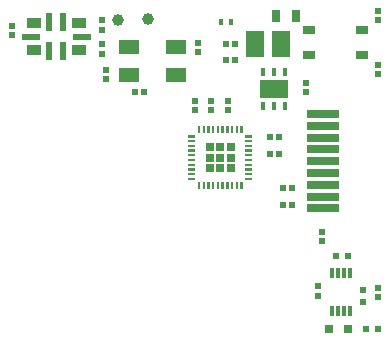
<source format=gtp>
G04*
G04 #@! TF.GenerationSoftware,Altium Limited,Altium Designer,24.1.2 (44)*
G04*
G04 Layer_Color=8421504*
%FSLAX44Y44*%
%MOMM*%
G71*
G04*
G04 #@! TF.SameCoordinates,BDBBCEB5-9933-478C-A866-C286992FDBA5*
G04*
G04*
G04 #@! TF.FilePolarity,Positive*
G04*
G01*
G75*
%ADD18R,0.7000X0.7000*%
%ADD19R,0.7000X0.7000*%
%ADD20R,0.7000X0.7000*%
%ADD21R,0.7000X0.7000*%
%ADD22R,0.4725X0.5153*%
%ADD23R,1.1938X0.8890*%
%ADD24R,1.4986X0.5588*%
%ADD25R,0.5588X1.4986*%
%ADD26R,0.5725X0.6153*%
%ADD27R,0.4725X0.5811*%
%ADD28R,0.3000X0.8500*%
%ADD29R,0.6000X0.5000*%
%ADD30R,0.8000X0.8000*%
%ADD31R,0.5000X0.6000*%
%ADD32R,0.5500X0.5000*%
%ADD33R,0.5153X0.4725*%
%ADD34C,1.0000*%
%ADD35R,0.5200X0.5200*%
%ADD36R,1.8000X1.2000*%
%ADD37R,2.7800X0.8000*%
%ADD38R,0.4000X0.5000*%
%ADD39R,0.6500X1.0500*%
%ADD40R,0.5621X0.5596*%
%ADD41R,1.0000X0.7000*%
%ADD42R,1.5549X2.3062*%
%ADD43O,0.4000X0.7000*%
%ADD44R,2.4000X1.6500*%
G36*
X797010Y644480D02*
X791010D01*
Y646480D01*
X797010D01*
Y644480D01*
D02*
G37*
G36*
Y648480D02*
X791010D01*
Y650480D01*
X797010D01*
Y648480D01*
D02*
G37*
G36*
Y652480D02*
X791010D01*
Y654480D01*
X797010D01*
Y652480D01*
D02*
G37*
G36*
Y656480D02*
X791010D01*
Y658480D01*
X797010D01*
Y656480D01*
D02*
G37*
G36*
Y660480D02*
X791010D01*
Y662480D01*
X797010D01*
Y660480D01*
D02*
G37*
G36*
X801010Y636480D02*
X799010D01*
Y642480D01*
X801010D01*
Y636480D01*
D02*
G37*
G36*
X805010D02*
X803010D01*
Y642480D01*
X805010D01*
Y636480D01*
D02*
G37*
G36*
X809010D02*
X807010D01*
Y642480D01*
X809010D01*
Y636480D01*
D02*
G37*
G36*
X813010D02*
X811010D01*
Y642480D01*
X813010D01*
Y636480D01*
D02*
G37*
G36*
X817010D02*
X815010D01*
Y642480D01*
X817010D01*
Y636480D01*
D02*
G37*
G36*
X797010Y664480D02*
X791010D01*
Y666480D01*
X797010D01*
Y664480D01*
D02*
G37*
G36*
Y668480D02*
X791010D01*
Y670480D01*
X797010D01*
Y668480D01*
D02*
G37*
G36*
Y672480D02*
X791010D01*
Y674480D01*
X797010D01*
Y672480D01*
D02*
G37*
G36*
Y680480D02*
X791010D01*
Y682480D01*
X797010D01*
Y680480D01*
D02*
G37*
G36*
Y676480D02*
X791010D01*
Y678480D01*
X797010D01*
Y676480D01*
D02*
G37*
G36*
X801010Y684480D02*
X799010D01*
Y690480D01*
X801010D01*
Y684480D01*
D02*
G37*
G36*
X805010D02*
X803010D01*
Y690480D01*
X805010D01*
Y684480D01*
D02*
G37*
G36*
X809010D02*
X807010D01*
Y690480D01*
X809010D01*
Y684480D01*
D02*
G37*
G36*
X813010D02*
X811010D01*
Y690480D01*
X813010D01*
Y684480D01*
D02*
G37*
G36*
X817010D02*
X815010D01*
Y690480D01*
X817010D01*
Y684480D01*
D02*
G37*
G36*
X821010Y636480D02*
X819010D01*
Y642480D01*
X821010D01*
Y636480D01*
D02*
G37*
G36*
X825010D02*
X823010D01*
Y642480D01*
X825010D01*
Y636480D01*
D02*
G37*
G36*
X829010D02*
X827010D01*
Y642480D01*
X829010D01*
Y636480D01*
D02*
G37*
G36*
X833010D02*
X831010D01*
Y642480D01*
X833010D01*
Y636480D01*
D02*
G37*
G36*
X837010D02*
X835010D01*
Y642480D01*
X837010D01*
Y636480D01*
D02*
G37*
G36*
X845010Y644480D02*
X839010D01*
Y646480D01*
X845010D01*
Y644480D01*
D02*
G37*
G36*
Y648480D02*
X839010D01*
Y650480D01*
X845010D01*
Y648480D01*
D02*
G37*
G36*
Y652480D02*
X839010D01*
Y654480D01*
X845010D01*
Y652480D01*
D02*
G37*
G36*
Y656480D02*
X839010D01*
Y658480D01*
X845010D01*
Y656480D01*
D02*
G37*
G36*
Y660480D02*
X839010D01*
Y662480D01*
X845010D01*
Y660480D01*
D02*
G37*
G36*
X821010Y684480D02*
X819010D01*
Y690480D01*
X821010D01*
Y684480D01*
D02*
G37*
G36*
X825010D02*
X823010D01*
Y690480D01*
X825010D01*
Y684480D01*
D02*
G37*
G36*
X829010D02*
X827010D01*
Y690480D01*
X829010D01*
Y684480D01*
D02*
G37*
G36*
X833010D02*
X831010D01*
Y690480D01*
X833010D01*
Y684480D01*
D02*
G37*
G36*
X837010D02*
X835010D01*
Y690480D01*
X837010D01*
Y684480D01*
D02*
G37*
G36*
X845010Y664480D02*
X839010D01*
Y666480D01*
X845010D01*
Y664480D01*
D02*
G37*
G36*
Y668480D02*
X839010D01*
Y670480D01*
X845010D01*
Y668480D01*
D02*
G37*
G36*
Y672480D02*
X839010D01*
Y674480D01*
X845010D01*
Y672480D01*
D02*
G37*
G36*
Y680480D02*
X839010D01*
Y682480D01*
X845010D01*
Y680480D01*
D02*
G37*
G36*
Y676480D02*
X839010D01*
Y678480D01*
X845010D01*
Y676480D01*
D02*
G37*
D18*
X827010Y672480D02*
D03*
X809010D02*
D03*
Y654480D02*
D03*
X827010D02*
D03*
D19*
Y663480D02*
D03*
X809010D02*
D03*
D20*
X818010Y672480D02*
D03*
Y654480D02*
D03*
D21*
Y663480D02*
D03*
D22*
X641750Y775036D02*
D03*
Y767464D02*
D03*
X951250Y545464D02*
D03*
Y553036D02*
D03*
X796290Y711176D02*
D03*
Y703604D02*
D03*
X810260Y711176D02*
D03*
Y703604D02*
D03*
X824230Y711176D02*
D03*
Y703604D02*
D03*
X951230Y787351D02*
D03*
Y779780D02*
D03*
D23*
X660000Y777500D02*
D03*
X698500D02*
D03*
Y754500D02*
D03*
X660000D02*
D03*
D24*
X657660Y766000D02*
D03*
X700840D02*
D03*
D25*
X673250Y778573D02*
D03*
X685250D02*
D03*
Y753427D02*
D03*
X673250D02*
D03*
D26*
X718000Y771214D02*
D03*
Y779786D02*
D03*
X718250Y759786D02*
D03*
Y751214D02*
D03*
X901000Y546464D02*
D03*
Y555036D02*
D03*
D27*
X903750Y600155D02*
D03*
Y592845D02*
D03*
X951230Y741525D02*
D03*
Y734215D02*
D03*
D28*
X927500Y534000D02*
D03*
X922500D02*
D03*
X917500D02*
D03*
X912500D02*
D03*
Y565500D02*
D03*
X917500D02*
D03*
X922500D02*
D03*
X927500D02*
D03*
D29*
X939000Y541500D02*
D03*
Y551500D02*
D03*
D30*
X926250Y518250D02*
D03*
X909750D02*
D03*
D31*
X941500Y518500D02*
D03*
X951500D02*
D03*
X925750Y580390D02*
D03*
X915750D02*
D03*
D32*
X753050Y718820D02*
D03*
X745550D02*
D03*
D33*
X830536Y746250D02*
D03*
X822964D02*
D03*
X822984Y759460D02*
D03*
X830556D02*
D03*
X867386Y680720D02*
D03*
X859814D02*
D03*
X867386Y666750D02*
D03*
X859814D02*
D03*
X871244Y637540D02*
D03*
X878816D02*
D03*
X871244Y623570D02*
D03*
X878816D02*
D03*
D34*
X731520Y779780D02*
D03*
X756500Y780500D02*
D03*
D35*
X721360Y730060D02*
D03*
Y738060D02*
D03*
X798830Y760920D02*
D03*
Y752920D02*
D03*
D36*
X780730Y757490D02*
D03*
X740730D02*
D03*
Y733490D02*
D03*
X780730D02*
D03*
D37*
X905050Y700400D02*
D03*
Y620400D02*
D03*
Y690400D02*
D03*
Y680400D02*
D03*
Y670400D02*
D03*
Y660400D02*
D03*
Y650400D02*
D03*
Y640400D02*
D03*
Y630400D02*
D03*
D38*
X826770Y778700D02*
D03*
X818770D02*
D03*
D39*
X882260Y783590D02*
D03*
X865260D02*
D03*
D40*
X890270Y726643D02*
D03*
Y718617D02*
D03*
D41*
X938170Y749980D02*
D03*
X893170D02*
D03*
X938170Y771480D02*
D03*
X893170D02*
D03*
D42*
X847263Y759460D02*
D03*
X869777D02*
D03*
D43*
X873100Y735610D02*
D03*
X863600D02*
D03*
X854100D02*
D03*
Y707110D02*
D03*
X863600D02*
D03*
X873100D02*
D03*
D44*
X863600Y721360D02*
D03*
M02*

</source>
